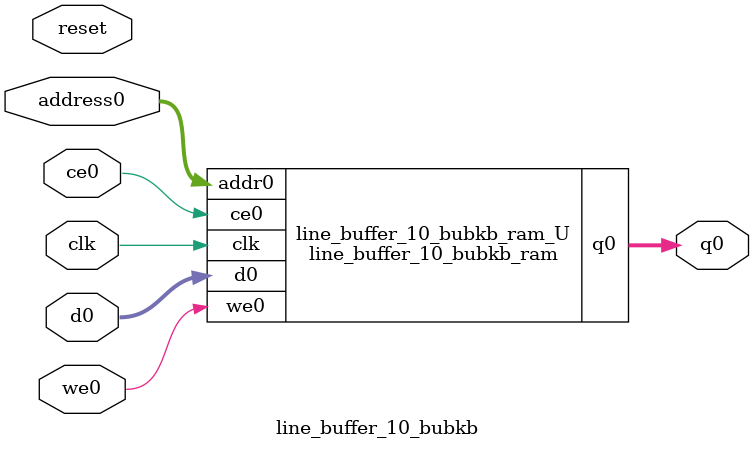
<source format=v>

`timescale 1 ns / 1 ps
module line_buffer_10_bubkb_ram (addr0, ce0, d0, we0, q0,  clk);

parameter DWIDTH = 16;
parameter AWIDTH = 11;
parameter MEM_SIZE = 1056;

input[AWIDTH-1:0] addr0;
input ce0;
input[DWIDTH-1:0] d0;
input we0;
output reg[DWIDTH-1:0] q0;
input clk;

(* ram_style = "block" *)reg [DWIDTH-1:0] ram[0:MEM_SIZE-1];




always @(posedge clk)  
begin 
    if (ce0) 
    begin
        if (we0) 
        begin 
            ram[addr0] <= d0; 
            q0 <= d0;
        end 
        else 
            q0 <= ram[addr0];
    end
end


endmodule


`timescale 1 ns / 1 ps
module line_buffer_10_bubkb(
    reset,
    clk,
    address0,
    ce0,
    we0,
    d0,
    q0);

parameter DataWidth = 32'd16;
parameter AddressRange = 32'd1056;
parameter AddressWidth = 32'd11;
input reset;
input clk;
input[AddressWidth - 1:0] address0;
input ce0;
input we0;
input[DataWidth - 1:0] d0;
output[DataWidth - 1:0] q0;



line_buffer_10_bubkb_ram line_buffer_10_bubkb_ram_U(
    .clk( clk ),
    .addr0( address0 ),
    .ce0( ce0 ),
    .d0( d0 ),
    .we0( we0 ),
    .q0( q0 ));

endmodule


</source>
